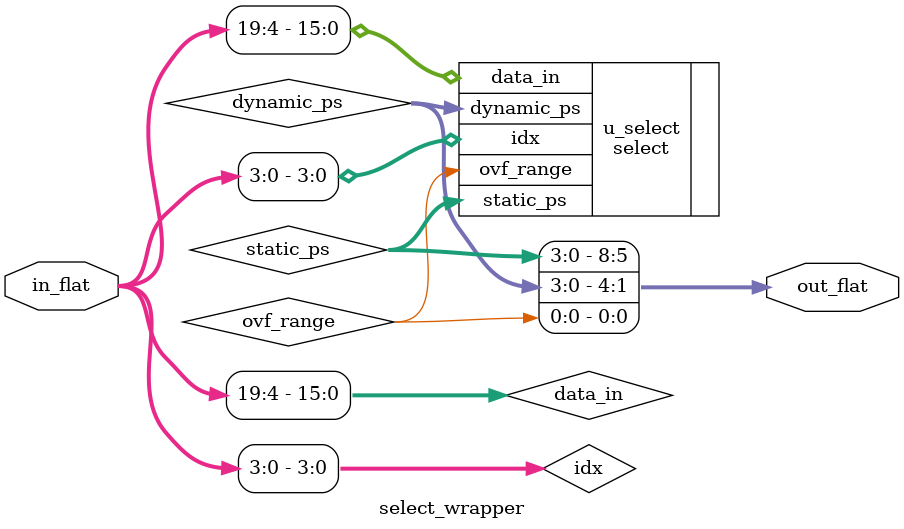
<source format=sv>
module select_wrapper (
    input  wire [19:0] in_flat,
    output wire [8:0] out_flat
);

  // Slice `in_flat` into original inputs
  wire [15:0] data_in = in_flat[19:4];
  wire [3:0] idx = in_flat[3:0];

  // Wires to capture original module outputs
  wire [3:0] static_ps;
  wire [3:0] dynamic_ps;
  wire ovf_range;

  // Instantiate the original module
  select u_select (
    .data_in(data_in),
    .idx(idx),
    .static_ps(static_ps),
    .dynamic_ps(dynamic_ps),
    .ovf_range(ovf_range)
  );

  // Pack original outputs into `out_flat`
  assign out_flat[8:5] = static_ps;
  assign out_flat[4:1] = dynamic_ps;
  assign out_flat[0] = ovf_range;

endmodule  // select_wrapper
</source>
